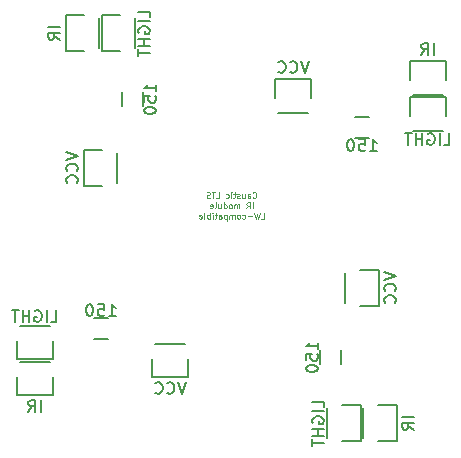
<source format=gbo>
G04 #@! TF.FileFunction,Legend,Bot*
%FSLAX46Y46*%
G04 Gerber Fmt 4.6, Leading zero omitted, Abs format (unit mm)*
G04 Created by KiCad (PCBNEW 4.0.3-stable) date Sun Sep  4 14:24:28 2016*
%MOMM*%
%LPD*%
G01*
G04 APERTURE LIST*
%ADD10C,0.100000*%
%ADD11C,0.125000*%
%ADD12C,0.150000*%
G04 APERTURE END LIST*
D10*
D11*
X53550118Y-46611071D02*
X53573928Y-46634881D01*
X53645356Y-46658690D01*
X53692975Y-46658690D01*
X53764404Y-46634881D01*
X53812023Y-46587262D01*
X53835832Y-46539643D01*
X53859642Y-46444405D01*
X53859642Y-46372976D01*
X53835832Y-46277738D01*
X53812023Y-46230119D01*
X53764404Y-46182500D01*
X53692975Y-46158690D01*
X53645356Y-46158690D01*
X53573928Y-46182500D01*
X53550118Y-46206310D01*
X53121547Y-46658690D02*
X53121547Y-46396786D01*
X53145356Y-46349167D01*
X53192975Y-46325357D01*
X53288213Y-46325357D01*
X53335832Y-46349167D01*
X53121547Y-46634881D02*
X53169166Y-46658690D01*
X53288213Y-46658690D01*
X53335832Y-46634881D01*
X53359642Y-46587262D01*
X53359642Y-46539643D01*
X53335832Y-46492024D01*
X53288213Y-46468214D01*
X53169166Y-46468214D01*
X53121547Y-46444405D01*
X52669166Y-46325357D02*
X52669166Y-46658690D01*
X52883451Y-46325357D02*
X52883451Y-46587262D01*
X52859642Y-46634881D01*
X52812023Y-46658690D01*
X52740594Y-46658690D01*
X52692975Y-46634881D01*
X52669166Y-46611071D01*
X52454880Y-46634881D02*
X52407261Y-46658690D01*
X52312023Y-46658690D01*
X52264404Y-46634881D01*
X52240594Y-46587262D01*
X52240594Y-46563452D01*
X52264404Y-46515833D01*
X52312023Y-46492024D01*
X52383451Y-46492024D01*
X52431070Y-46468214D01*
X52454880Y-46420595D01*
X52454880Y-46396786D01*
X52431070Y-46349167D01*
X52383451Y-46325357D01*
X52312023Y-46325357D01*
X52264404Y-46349167D01*
X52097737Y-46325357D02*
X51907261Y-46325357D01*
X52026308Y-46158690D02*
X52026308Y-46587262D01*
X52002499Y-46634881D01*
X51954880Y-46658690D01*
X51907261Y-46658690D01*
X51740594Y-46658690D02*
X51740594Y-46325357D01*
X51740594Y-46158690D02*
X51764404Y-46182500D01*
X51740594Y-46206310D01*
X51716785Y-46182500D01*
X51740594Y-46158690D01*
X51740594Y-46206310D01*
X51288214Y-46634881D02*
X51335833Y-46658690D01*
X51431071Y-46658690D01*
X51478690Y-46634881D01*
X51502499Y-46611071D01*
X51526309Y-46563452D01*
X51526309Y-46420595D01*
X51502499Y-46372976D01*
X51478690Y-46349167D01*
X51431071Y-46325357D01*
X51335833Y-46325357D01*
X51288214Y-46349167D01*
X50454881Y-46658690D02*
X50692976Y-46658690D01*
X50692976Y-46158690D01*
X50359643Y-46158690D02*
X50073929Y-46158690D01*
X50216786Y-46658690D02*
X50216786Y-46158690D01*
X49931072Y-46634881D02*
X49859643Y-46658690D01*
X49740596Y-46658690D01*
X49692977Y-46634881D01*
X49669167Y-46611071D01*
X49645358Y-46563452D01*
X49645358Y-46515833D01*
X49669167Y-46468214D01*
X49692977Y-46444405D01*
X49740596Y-46420595D01*
X49835834Y-46396786D01*
X49883453Y-46372976D01*
X49907262Y-46349167D01*
X49931072Y-46301548D01*
X49931072Y-46253929D01*
X49907262Y-46206310D01*
X49883453Y-46182500D01*
X49835834Y-46158690D01*
X49716786Y-46158690D01*
X49645358Y-46182500D01*
X53550118Y-47533690D02*
X53550118Y-47033690D01*
X53026309Y-47533690D02*
X53192976Y-47295595D01*
X53312023Y-47533690D02*
X53312023Y-47033690D01*
X53121547Y-47033690D01*
X53073928Y-47057500D01*
X53050119Y-47081310D01*
X53026309Y-47128929D01*
X53026309Y-47200357D01*
X53050119Y-47247976D01*
X53073928Y-47271786D01*
X53121547Y-47295595D01*
X53312023Y-47295595D01*
X52431071Y-47533690D02*
X52431071Y-47200357D01*
X52431071Y-47247976D02*
X52407262Y-47224167D01*
X52359643Y-47200357D01*
X52288214Y-47200357D01*
X52240595Y-47224167D01*
X52216786Y-47271786D01*
X52216786Y-47533690D01*
X52216786Y-47271786D02*
X52192976Y-47224167D01*
X52145357Y-47200357D01*
X52073929Y-47200357D01*
X52026309Y-47224167D01*
X52002500Y-47271786D01*
X52002500Y-47533690D01*
X51692976Y-47533690D02*
X51740595Y-47509881D01*
X51764404Y-47486071D01*
X51788214Y-47438452D01*
X51788214Y-47295595D01*
X51764404Y-47247976D01*
X51740595Y-47224167D01*
X51692976Y-47200357D01*
X51621547Y-47200357D01*
X51573928Y-47224167D01*
X51550119Y-47247976D01*
X51526309Y-47295595D01*
X51526309Y-47438452D01*
X51550119Y-47486071D01*
X51573928Y-47509881D01*
X51621547Y-47533690D01*
X51692976Y-47533690D01*
X51097738Y-47533690D02*
X51097738Y-47033690D01*
X51097738Y-47509881D02*
X51145357Y-47533690D01*
X51240595Y-47533690D01*
X51288214Y-47509881D01*
X51312023Y-47486071D01*
X51335833Y-47438452D01*
X51335833Y-47295595D01*
X51312023Y-47247976D01*
X51288214Y-47224167D01*
X51240595Y-47200357D01*
X51145357Y-47200357D01*
X51097738Y-47224167D01*
X50645357Y-47200357D02*
X50645357Y-47533690D01*
X50859642Y-47200357D02*
X50859642Y-47462262D01*
X50835833Y-47509881D01*
X50788214Y-47533690D01*
X50716785Y-47533690D01*
X50669166Y-47509881D01*
X50645357Y-47486071D01*
X50335833Y-47533690D02*
X50383452Y-47509881D01*
X50407261Y-47462262D01*
X50407261Y-47033690D01*
X49954880Y-47509881D02*
X50002499Y-47533690D01*
X50097737Y-47533690D01*
X50145356Y-47509881D01*
X50169166Y-47462262D01*
X50169166Y-47271786D01*
X50145356Y-47224167D01*
X50097737Y-47200357D01*
X50002499Y-47200357D01*
X49954880Y-47224167D01*
X49931071Y-47271786D01*
X49931071Y-47319405D01*
X50169166Y-47367024D01*
X54252500Y-48408690D02*
X54490595Y-48408690D01*
X54490595Y-47908690D01*
X54133452Y-47908690D02*
X54014405Y-48408690D01*
X53919167Y-48051548D01*
X53823929Y-48408690D01*
X53704881Y-47908690D01*
X53514404Y-48218214D02*
X53133452Y-48218214D01*
X52681071Y-48384881D02*
X52728690Y-48408690D01*
X52823928Y-48408690D01*
X52871547Y-48384881D01*
X52895356Y-48361071D01*
X52919166Y-48313452D01*
X52919166Y-48170595D01*
X52895356Y-48122976D01*
X52871547Y-48099167D01*
X52823928Y-48075357D01*
X52728690Y-48075357D01*
X52681071Y-48099167D01*
X52395357Y-48408690D02*
X52442976Y-48384881D01*
X52466785Y-48361071D01*
X52490595Y-48313452D01*
X52490595Y-48170595D01*
X52466785Y-48122976D01*
X52442976Y-48099167D01*
X52395357Y-48075357D01*
X52323928Y-48075357D01*
X52276309Y-48099167D01*
X52252500Y-48122976D01*
X52228690Y-48170595D01*
X52228690Y-48313452D01*
X52252500Y-48361071D01*
X52276309Y-48384881D01*
X52323928Y-48408690D01*
X52395357Y-48408690D01*
X52014404Y-48408690D02*
X52014404Y-48075357D01*
X52014404Y-48122976D02*
X51990595Y-48099167D01*
X51942976Y-48075357D01*
X51871547Y-48075357D01*
X51823928Y-48099167D01*
X51800119Y-48146786D01*
X51800119Y-48408690D01*
X51800119Y-48146786D02*
X51776309Y-48099167D01*
X51728690Y-48075357D01*
X51657262Y-48075357D01*
X51609642Y-48099167D01*
X51585833Y-48146786D01*
X51585833Y-48408690D01*
X51347737Y-48075357D02*
X51347737Y-48575357D01*
X51347737Y-48099167D02*
X51300118Y-48075357D01*
X51204880Y-48075357D01*
X51157261Y-48099167D01*
X51133452Y-48122976D01*
X51109642Y-48170595D01*
X51109642Y-48313452D01*
X51133452Y-48361071D01*
X51157261Y-48384881D01*
X51204880Y-48408690D01*
X51300118Y-48408690D01*
X51347737Y-48384881D01*
X50681071Y-48408690D02*
X50681071Y-48146786D01*
X50704880Y-48099167D01*
X50752499Y-48075357D01*
X50847737Y-48075357D01*
X50895356Y-48099167D01*
X50681071Y-48384881D02*
X50728690Y-48408690D01*
X50847737Y-48408690D01*
X50895356Y-48384881D01*
X50919166Y-48337262D01*
X50919166Y-48289643D01*
X50895356Y-48242024D01*
X50847737Y-48218214D01*
X50728690Y-48218214D01*
X50681071Y-48194405D01*
X50514404Y-48075357D02*
X50323928Y-48075357D01*
X50442975Y-47908690D02*
X50442975Y-48337262D01*
X50419166Y-48384881D01*
X50371547Y-48408690D01*
X50323928Y-48408690D01*
X50157261Y-48408690D02*
X50157261Y-48075357D01*
X50157261Y-47908690D02*
X50181071Y-47932500D01*
X50157261Y-47956310D01*
X50133452Y-47932500D01*
X50157261Y-47908690D01*
X50157261Y-47956310D01*
X49919166Y-48408690D02*
X49919166Y-47908690D01*
X49919166Y-48099167D02*
X49871547Y-48075357D01*
X49776309Y-48075357D01*
X49728690Y-48099167D01*
X49704881Y-48122976D01*
X49681071Y-48170595D01*
X49681071Y-48313452D01*
X49704881Y-48361071D01*
X49728690Y-48384881D01*
X49776309Y-48408690D01*
X49871547Y-48408690D01*
X49919166Y-48384881D01*
X49395357Y-48408690D02*
X49442976Y-48384881D01*
X49466785Y-48337262D01*
X49466785Y-47908690D01*
X49014404Y-48384881D02*
X49062023Y-48408690D01*
X49157261Y-48408690D01*
X49204880Y-48384881D01*
X49228690Y-48337262D01*
X49228690Y-48146786D01*
X49204880Y-48099167D01*
X49157261Y-48075357D01*
X49062023Y-48075357D01*
X49014404Y-48099167D01*
X48990595Y-48146786D01*
X48990595Y-48194405D01*
X49228690Y-48242024D01*
D12*
X63401500Y-39828500D02*
X62201500Y-39828500D01*
X62201500Y-41578500D02*
X63401500Y-41578500D01*
X55409500Y-36613500D02*
X55409500Y-38163500D01*
X58509500Y-38163500D02*
X58509500Y-36613500D01*
X58509500Y-36613500D02*
X55409500Y-36613500D01*
X58229500Y-39433500D02*
X55689500Y-39433500D01*
X66839500Y-38137500D02*
X66839500Y-39687500D01*
X69939500Y-39687500D02*
X69939500Y-38137500D01*
X69939500Y-38137500D02*
X66839500Y-38137500D01*
X69659500Y-40957500D02*
X67119500Y-40957500D01*
X66839500Y-35089500D02*
X66839500Y-36639500D01*
X69939500Y-36639500D02*
X69939500Y-35089500D01*
X69939500Y-35089500D02*
X66839500Y-35089500D01*
X69659500Y-37909500D02*
X67119500Y-37909500D01*
X37756500Y-34252500D02*
X39306500Y-34252500D01*
X39306500Y-31152500D02*
X37756500Y-31152500D01*
X37756500Y-31152500D02*
X37756500Y-34252500D01*
X40576500Y-31432500D02*
X40576500Y-33972500D01*
X40804500Y-34252500D02*
X42354500Y-34252500D01*
X42354500Y-31152500D02*
X40804500Y-31152500D01*
X40804500Y-31152500D02*
X40804500Y-34252500D01*
X43624500Y-31432500D02*
X43624500Y-33972500D01*
X39280500Y-45682500D02*
X40830500Y-45682500D01*
X40830500Y-42582500D02*
X39280500Y-42582500D01*
X39280500Y-42582500D02*
X39280500Y-45682500D01*
X42100500Y-42862500D02*
X42100500Y-45402500D01*
X42495500Y-37690500D02*
X42495500Y-38890500D01*
X44245500Y-38890500D02*
X44245500Y-37690500D01*
X61009500Y-60734500D02*
X61009500Y-59534500D01*
X59259500Y-59534500D02*
X59259500Y-60734500D01*
X64224500Y-52742500D02*
X62674500Y-52742500D01*
X62674500Y-55842500D02*
X64224500Y-55842500D01*
X64224500Y-55842500D02*
X64224500Y-52742500D01*
X61404500Y-55562500D02*
X61404500Y-53022500D01*
X62700500Y-64172500D02*
X61150500Y-64172500D01*
X61150500Y-67272500D02*
X62700500Y-67272500D01*
X62700500Y-67272500D02*
X62700500Y-64172500D01*
X59880500Y-66992500D02*
X59880500Y-64452500D01*
X65748500Y-64172500D02*
X64198500Y-64172500D01*
X64198500Y-67272500D02*
X65748500Y-67272500D01*
X65748500Y-67272500D02*
X65748500Y-64172500D01*
X62928500Y-66992500D02*
X62928500Y-64452500D01*
X36665500Y-63335500D02*
X36665500Y-61785500D01*
X33565500Y-61785500D02*
X33565500Y-63335500D01*
X33565500Y-63335500D02*
X36665500Y-63335500D01*
X33845500Y-60515500D02*
X36385500Y-60515500D01*
X36665500Y-60287500D02*
X36665500Y-58737500D01*
X33565500Y-58737500D02*
X33565500Y-60287500D01*
X33565500Y-60287500D02*
X36665500Y-60287500D01*
X33845500Y-57467500D02*
X36385500Y-57467500D01*
X48095500Y-61811500D02*
X48095500Y-60261500D01*
X44995500Y-60261500D02*
X44995500Y-61811500D01*
X44995500Y-61811500D02*
X48095500Y-61811500D01*
X45275500Y-58991500D02*
X47815500Y-58991500D01*
X40103500Y-58596500D02*
X41303500Y-58596500D01*
X41303500Y-56846500D02*
X40103500Y-56846500D01*
X63468166Y-42679881D02*
X64039595Y-42679881D01*
X63753881Y-42679881D02*
X63753881Y-41679881D01*
X63849119Y-41822738D01*
X63944357Y-41917976D01*
X64039595Y-41965595D01*
X62563404Y-41679881D02*
X63039595Y-41679881D01*
X63087214Y-42156071D01*
X63039595Y-42108452D01*
X62944357Y-42060833D01*
X62706261Y-42060833D01*
X62611023Y-42108452D01*
X62563404Y-42156071D01*
X62515785Y-42251310D01*
X62515785Y-42489405D01*
X62563404Y-42584643D01*
X62611023Y-42632262D01*
X62706261Y-42679881D01*
X62944357Y-42679881D01*
X63039595Y-42632262D01*
X63087214Y-42584643D01*
X61896738Y-41679881D02*
X61801499Y-41679881D01*
X61706261Y-41727500D01*
X61658642Y-41775119D01*
X61611023Y-41870357D01*
X61563404Y-42060833D01*
X61563404Y-42298929D01*
X61611023Y-42489405D01*
X61658642Y-42584643D01*
X61706261Y-42632262D01*
X61801499Y-42679881D01*
X61896738Y-42679881D01*
X61991976Y-42632262D01*
X62039595Y-42584643D01*
X62087214Y-42489405D01*
X62134833Y-42298929D01*
X62134833Y-42060833D01*
X62087214Y-41870357D01*
X62039595Y-41775119D01*
X61991976Y-41727500D01*
X61896738Y-41679881D01*
X58292833Y-35075881D02*
X57959500Y-36075881D01*
X57626166Y-35075881D01*
X56721404Y-35980643D02*
X56769023Y-36028262D01*
X56911880Y-36075881D01*
X57007118Y-36075881D01*
X57149976Y-36028262D01*
X57245214Y-35933024D01*
X57292833Y-35837786D01*
X57340452Y-35647310D01*
X57340452Y-35504452D01*
X57292833Y-35313976D01*
X57245214Y-35218738D01*
X57149976Y-35123500D01*
X57007118Y-35075881D01*
X56911880Y-35075881D01*
X56769023Y-35123500D01*
X56721404Y-35171119D01*
X55721404Y-35980643D02*
X55769023Y-36028262D01*
X55911880Y-36075881D01*
X56007118Y-36075881D01*
X56149976Y-36028262D01*
X56245214Y-35933024D01*
X56292833Y-35837786D01*
X56340452Y-35647310D01*
X56340452Y-35504452D01*
X56292833Y-35313976D01*
X56245214Y-35218738D01*
X56149976Y-35123500D01*
X56007118Y-35075881D01*
X55911880Y-35075881D01*
X55769023Y-35123500D01*
X55721404Y-35171119D01*
X69722833Y-42171881D02*
X70199024Y-42171881D01*
X70199024Y-41171881D01*
X69389500Y-42171881D02*
X69389500Y-41171881D01*
X68389500Y-41219500D02*
X68484738Y-41171881D01*
X68627595Y-41171881D01*
X68770453Y-41219500D01*
X68865691Y-41314738D01*
X68913310Y-41409976D01*
X68960929Y-41600452D01*
X68960929Y-41743310D01*
X68913310Y-41933786D01*
X68865691Y-42029024D01*
X68770453Y-42124262D01*
X68627595Y-42171881D01*
X68532357Y-42171881D01*
X68389500Y-42124262D01*
X68341881Y-42076643D01*
X68341881Y-41743310D01*
X68532357Y-41743310D01*
X67913310Y-42171881D02*
X67913310Y-41171881D01*
X67913310Y-41648071D02*
X67341881Y-41648071D01*
X67341881Y-42171881D02*
X67341881Y-41171881D01*
X67008548Y-41171881D02*
X66437119Y-41171881D01*
X66722834Y-42171881D02*
X66722834Y-41171881D01*
X68889500Y-34551881D02*
X68889500Y-33551881D01*
X67841881Y-34551881D02*
X68175215Y-34075690D01*
X68413310Y-34551881D02*
X68413310Y-33551881D01*
X68032357Y-33551881D01*
X67937119Y-33599500D01*
X67889500Y-33647119D01*
X67841881Y-33742357D01*
X67841881Y-33885214D01*
X67889500Y-33980452D01*
X67937119Y-34028071D01*
X68032357Y-34075690D01*
X68413310Y-34075690D01*
X37218881Y-32202500D02*
X36218881Y-32202500D01*
X37218881Y-33250119D02*
X36742690Y-32916785D01*
X37218881Y-32678690D02*
X36218881Y-32678690D01*
X36218881Y-33059643D01*
X36266500Y-33154881D01*
X36314119Y-33202500D01*
X36409357Y-33250119D01*
X36552214Y-33250119D01*
X36647452Y-33202500D01*
X36695071Y-33154881D01*
X36742690Y-33059643D01*
X36742690Y-32678690D01*
X44838881Y-31369167D02*
X44838881Y-30892976D01*
X43838881Y-30892976D01*
X44838881Y-31702500D02*
X43838881Y-31702500D01*
X43886500Y-32702500D02*
X43838881Y-32607262D01*
X43838881Y-32464405D01*
X43886500Y-32321547D01*
X43981738Y-32226309D01*
X44076976Y-32178690D01*
X44267452Y-32131071D01*
X44410310Y-32131071D01*
X44600786Y-32178690D01*
X44696024Y-32226309D01*
X44791262Y-32321547D01*
X44838881Y-32464405D01*
X44838881Y-32559643D01*
X44791262Y-32702500D01*
X44743643Y-32750119D01*
X44410310Y-32750119D01*
X44410310Y-32559643D01*
X44838881Y-33178690D02*
X43838881Y-33178690D01*
X44315071Y-33178690D02*
X44315071Y-33750119D01*
X44838881Y-33750119D02*
X43838881Y-33750119D01*
X43838881Y-34083452D02*
X43838881Y-34654881D01*
X44838881Y-34369166D02*
X43838881Y-34369166D01*
X37742881Y-42799167D02*
X38742881Y-43132500D01*
X37742881Y-43465834D01*
X38647643Y-44370596D02*
X38695262Y-44322977D01*
X38742881Y-44180120D01*
X38742881Y-44084882D01*
X38695262Y-43942024D01*
X38600024Y-43846786D01*
X38504786Y-43799167D01*
X38314310Y-43751548D01*
X38171452Y-43751548D01*
X37980976Y-43799167D01*
X37885738Y-43846786D01*
X37790500Y-43942024D01*
X37742881Y-44084882D01*
X37742881Y-44180120D01*
X37790500Y-44322977D01*
X37838119Y-44370596D01*
X38647643Y-45370596D02*
X38695262Y-45322977D01*
X38742881Y-45180120D01*
X38742881Y-45084882D01*
X38695262Y-44942024D01*
X38600024Y-44846786D01*
X38504786Y-44799167D01*
X38314310Y-44751548D01*
X38171452Y-44751548D01*
X37980976Y-44799167D01*
X37885738Y-44846786D01*
X37790500Y-44942024D01*
X37742881Y-45084882D01*
X37742881Y-45180120D01*
X37790500Y-45322977D01*
X37838119Y-45370596D01*
X45346881Y-37623834D02*
X45346881Y-37052405D01*
X45346881Y-37338119D02*
X44346881Y-37338119D01*
X44489738Y-37242881D01*
X44584976Y-37147643D01*
X44632595Y-37052405D01*
X44346881Y-38528596D02*
X44346881Y-38052405D01*
X44823071Y-38004786D01*
X44775452Y-38052405D01*
X44727833Y-38147643D01*
X44727833Y-38385739D01*
X44775452Y-38480977D01*
X44823071Y-38528596D01*
X44918310Y-38576215D01*
X45156405Y-38576215D01*
X45251643Y-38528596D01*
X45299262Y-38480977D01*
X45346881Y-38385739D01*
X45346881Y-38147643D01*
X45299262Y-38052405D01*
X45251643Y-38004786D01*
X44346881Y-39195262D02*
X44346881Y-39290501D01*
X44394500Y-39385739D01*
X44442119Y-39433358D01*
X44537357Y-39480977D01*
X44727833Y-39528596D01*
X44965929Y-39528596D01*
X45156405Y-39480977D01*
X45251643Y-39433358D01*
X45299262Y-39385739D01*
X45346881Y-39290501D01*
X45346881Y-39195262D01*
X45299262Y-39100024D01*
X45251643Y-39052405D01*
X45156405Y-39004786D01*
X44965929Y-38957167D01*
X44727833Y-38957167D01*
X44537357Y-39004786D01*
X44442119Y-39052405D01*
X44394500Y-39100024D01*
X44346881Y-39195262D01*
X59062881Y-59467834D02*
X59062881Y-58896405D01*
X59062881Y-59182119D02*
X58062881Y-59182119D01*
X58205738Y-59086881D01*
X58300976Y-58991643D01*
X58348595Y-58896405D01*
X58062881Y-60372596D02*
X58062881Y-59896405D01*
X58539071Y-59848786D01*
X58491452Y-59896405D01*
X58443833Y-59991643D01*
X58443833Y-60229739D01*
X58491452Y-60324977D01*
X58539071Y-60372596D01*
X58634310Y-60420215D01*
X58872405Y-60420215D01*
X58967643Y-60372596D01*
X59015262Y-60324977D01*
X59062881Y-60229739D01*
X59062881Y-59991643D01*
X59015262Y-59896405D01*
X58967643Y-59848786D01*
X58062881Y-61039262D02*
X58062881Y-61134501D01*
X58110500Y-61229739D01*
X58158119Y-61277358D01*
X58253357Y-61324977D01*
X58443833Y-61372596D01*
X58681929Y-61372596D01*
X58872405Y-61324977D01*
X58967643Y-61277358D01*
X59015262Y-61229739D01*
X59062881Y-61134501D01*
X59062881Y-61039262D01*
X59015262Y-60944024D01*
X58967643Y-60896405D01*
X58872405Y-60848786D01*
X58681929Y-60801167D01*
X58443833Y-60801167D01*
X58253357Y-60848786D01*
X58158119Y-60896405D01*
X58110500Y-60944024D01*
X58062881Y-61039262D01*
X64666881Y-52959167D02*
X65666881Y-53292500D01*
X64666881Y-53625834D01*
X65571643Y-54530596D02*
X65619262Y-54482977D01*
X65666881Y-54340120D01*
X65666881Y-54244882D01*
X65619262Y-54102024D01*
X65524024Y-54006786D01*
X65428786Y-53959167D01*
X65238310Y-53911548D01*
X65095452Y-53911548D01*
X64904976Y-53959167D01*
X64809738Y-54006786D01*
X64714500Y-54102024D01*
X64666881Y-54244882D01*
X64666881Y-54340120D01*
X64714500Y-54482977D01*
X64762119Y-54530596D01*
X65571643Y-55530596D02*
X65619262Y-55482977D01*
X65666881Y-55340120D01*
X65666881Y-55244882D01*
X65619262Y-55102024D01*
X65524024Y-55006786D01*
X65428786Y-54959167D01*
X65238310Y-54911548D01*
X65095452Y-54911548D01*
X64904976Y-54959167D01*
X64809738Y-55006786D01*
X64714500Y-55102024D01*
X64666881Y-55244882D01*
X64666881Y-55340120D01*
X64714500Y-55482977D01*
X64762119Y-55530596D01*
X59570881Y-64389167D02*
X59570881Y-63912976D01*
X58570881Y-63912976D01*
X59570881Y-64722500D02*
X58570881Y-64722500D01*
X58618500Y-65722500D02*
X58570881Y-65627262D01*
X58570881Y-65484405D01*
X58618500Y-65341547D01*
X58713738Y-65246309D01*
X58808976Y-65198690D01*
X58999452Y-65151071D01*
X59142310Y-65151071D01*
X59332786Y-65198690D01*
X59428024Y-65246309D01*
X59523262Y-65341547D01*
X59570881Y-65484405D01*
X59570881Y-65579643D01*
X59523262Y-65722500D01*
X59475643Y-65770119D01*
X59142310Y-65770119D01*
X59142310Y-65579643D01*
X59570881Y-66198690D02*
X58570881Y-66198690D01*
X59047071Y-66198690D02*
X59047071Y-66770119D01*
X59570881Y-66770119D02*
X58570881Y-66770119D01*
X58570881Y-67103452D02*
X58570881Y-67674881D01*
X59570881Y-67389166D02*
X58570881Y-67389166D01*
X67190881Y-65222500D02*
X66190881Y-65222500D01*
X67190881Y-66270119D02*
X66714690Y-65936785D01*
X67190881Y-65698690D02*
X66190881Y-65698690D01*
X66190881Y-66079643D01*
X66238500Y-66174881D01*
X66286119Y-66222500D01*
X66381357Y-66270119D01*
X66524214Y-66270119D01*
X66619452Y-66222500D01*
X66667071Y-66174881D01*
X66714690Y-66079643D01*
X66714690Y-65698690D01*
X35615500Y-64777881D02*
X35615500Y-63777881D01*
X34567881Y-64777881D02*
X34901215Y-64301690D01*
X35139310Y-64777881D02*
X35139310Y-63777881D01*
X34758357Y-63777881D01*
X34663119Y-63825500D01*
X34615500Y-63873119D01*
X34567881Y-63968357D01*
X34567881Y-64111214D01*
X34615500Y-64206452D01*
X34663119Y-64254071D01*
X34758357Y-64301690D01*
X35139310Y-64301690D01*
X36448833Y-57157881D02*
X36925024Y-57157881D01*
X36925024Y-56157881D01*
X36115500Y-57157881D02*
X36115500Y-56157881D01*
X35115500Y-56205500D02*
X35210738Y-56157881D01*
X35353595Y-56157881D01*
X35496453Y-56205500D01*
X35591691Y-56300738D01*
X35639310Y-56395976D01*
X35686929Y-56586452D01*
X35686929Y-56729310D01*
X35639310Y-56919786D01*
X35591691Y-57015024D01*
X35496453Y-57110262D01*
X35353595Y-57157881D01*
X35258357Y-57157881D01*
X35115500Y-57110262D01*
X35067881Y-57062643D01*
X35067881Y-56729310D01*
X35258357Y-56729310D01*
X34639310Y-57157881D02*
X34639310Y-56157881D01*
X34639310Y-56634071D02*
X34067881Y-56634071D01*
X34067881Y-57157881D02*
X34067881Y-56157881D01*
X33734548Y-56157881D02*
X33163119Y-56157881D01*
X33448834Y-57157881D02*
X33448834Y-56157881D01*
X47878833Y-62253881D02*
X47545500Y-63253881D01*
X47212166Y-62253881D01*
X46307404Y-63158643D02*
X46355023Y-63206262D01*
X46497880Y-63253881D01*
X46593118Y-63253881D01*
X46735976Y-63206262D01*
X46831214Y-63111024D01*
X46878833Y-63015786D01*
X46926452Y-62825310D01*
X46926452Y-62682452D01*
X46878833Y-62491976D01*
X46831214Y-62396738D01*
X46735976Y-62301500D01*
X46593118Y-62253881D01*
X46497880Y-62253881D01*
X46355023Y-62301500D01*
X46307404Y-62349119D01*
X45307404Y-63158643D02*
X45355023Y-63206262D01*
X45497880Y-63253881D01*
X45593118Y-63253881D01*
X45735976Y-63206262D01*
X45831214Y-63111024D01*
X45878833Y-63015786D01*
X45926452Y-62825310D01*
X45926452Y-62682452D01*
X45878833Y-62491976D01*
X45831214Y-62396738D01*
X45735976Y-62301500D01*
X45593118Y-62253881D01*
X45497880Y-62253881D01*
X45355023Y-62301500D01*
X45307404Y-62349119D01*
X41370166Y-56649881D02*
X41941595Y-56649881D01*
X41655881Y-56649881D02*
X41655881Y-55649881D01*
X41751119Y-55792738D01*
X41846357Y-55887976D01*
X41941595Y-55935595D01*
X40465404Y-55649881D02*
X40941595Y-55649881D01*
X40989214Y-56126071D01*
X40941595Y-56078452D01*
X40846357Y-56030833D01*
X40608261Y-56030833D01*
X40513023Y-56078452D01*
X40465404Y-56126071D01*
X40417785Y-56221310D01*
X40417785Y-56459405D01*
X40465404Y-56554643D01*
X40513023Y-56602262D01*
X40608261Y-56649881D01*
X40846357Y-56649881D01*
X40941595Y-56602262D01*
X40989214Y-56554643D01*
X39798738Y-55649881D02*
X39703499Y-55649881D01*
X39608261Y-55697500D01*
X39560642Y-55745119D01*
X39513023Y-55840357D01*
X39465404Y-56030833D01*
X39465404Y-56268929D01*
X39513023Y-56459405D01*
X39560642Y-56554643D01*
X39608261Y-56602262D01*
X39703499Y-56649881D01*
X39798738Y-56649881D01*
X39893976Y-56602262D01*
X39941595Y-56554643D01*
X39989214Y-56459405D01*
X40036833Y-56268929D01*
X40036833Y-56030833D01*
X39989214Y-55840357D01*
X39941595Y-55745119D01*
X39893976Y-55697500D01*
X39798738Y-55649881D01*
M02*

</source>
